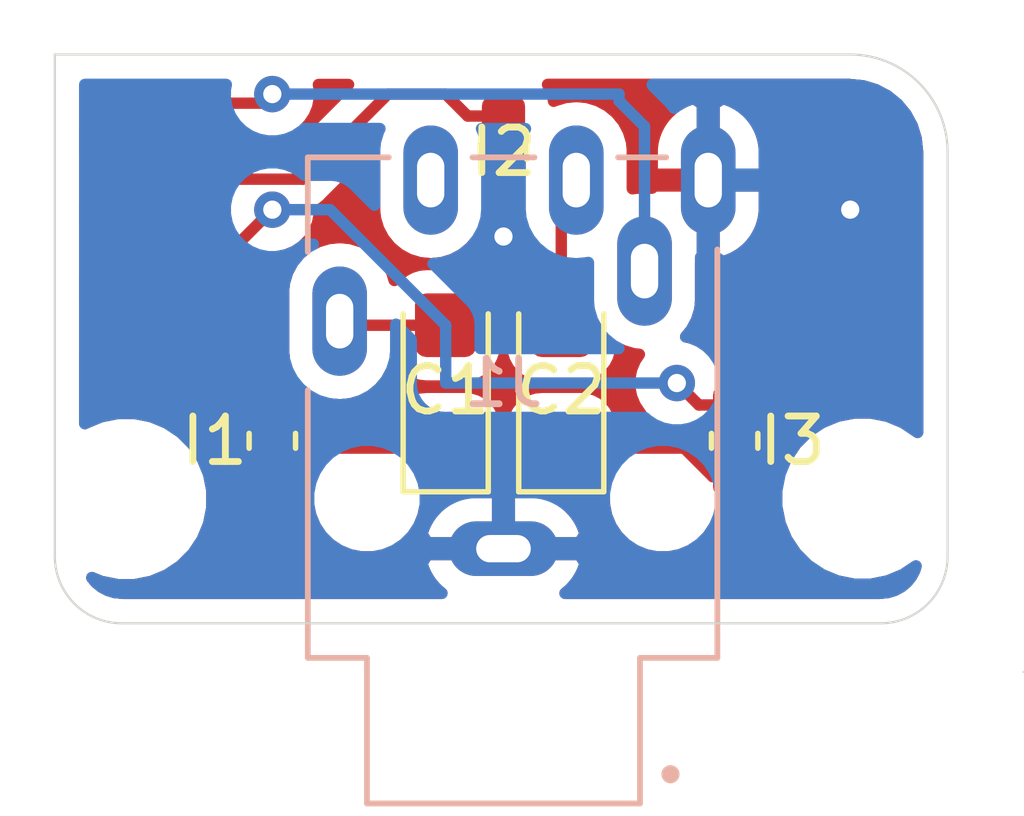
<source format=kicad_pcb>
(kicad_pcb (version 20171130) (host pcbnew "(5.1.10)-1")

  (general
    (thickness 1.6)
    (drawings 10)
    (tracks 37)
    (zones 0)
    (modules 12)
    (nets 3)
  )

  (page A4)
  (layers
    (0 F.Cu signal)
    (31 B.Cu signal)
    (32 B.Adhes user)
    (33 F.Adhes user)
    (34 B.Paste user)
    (35 F.Paste user)
    (36 B.SilkS user)
    (37 F.SilkS user)
    (38 B.Mask user)
    (39 F.Mask user)
    (40 Dwgs.User user)
    (41 Cmts.User user)
    (42 Eco1.User user)
    (43 Eco2.User user)
    (44 Edge.Cuts user)
    (45 Margin user)
    (46 B.CrtYd user)
    (47 F.CrtYd user)
    (48 B.Fab user hide)
    (49 F.Fab user hide)
  )

  (setup
    (last_trace_width 0.25)
    (trace_clearance 0.2)
    (zone_clearance 0.508)
    (zone_45_only no)
    (trace_min 0.2)
    (via_size 0.8)
    (via_drill 0.4)
    (via_min_size 0.4)
    (via_min_drill 0.3)
    (uvia_size 0.3)
    (uvia_drill 0.1)
    (uvias_allowed no)
    (uvia_min_size 0.2)
    (uvia_min_drill 0.1)
    (edge_width 0.05)
    (segment_width 0.2)
    (pcb_text_width 0.3)
    (pcb_text_size 1.5 1.5)
    (mod_edge_width 0.12)
    (mod_text_size 1 1)
    (mod_text_width 0.15)
    (pad_size 1 2)
    (pad_drill 0)
    (pad_to_mask_clearance 0.05)
    (aux_axis_origin 0 0)
    (grid_origin 104.14 52.07)
    (visible_elements 7FFFFFFF)
    (pcbplotparams
      (layerselection 0x3fff3_ffffffff)
      (usegerberextensions false)
      (usegerberattributes true)
      (usegerberadvancedattributes true)
      (creategerberjobfile true)
      (excludeedgelayer true)
      (linewidth 0.100000)
      (plotframeref false)
      (viasonmask false)
      (mode 1)
      (useauxorigin false)
      (hpglpennumber 1)
      (hpglpenspeed 20)
      (hpglpendiameter 15.000000)
      (psnegative false)
      (psa4output false)
      (plotreference true)
      (plotvalue true)
      (plotinvisibletext false)
      (padsonsilk false)
      (subtractmaskfromsilk false)
      (outputformat 1)
      (mirror false)
      (drillshape 0)
      (scaleselection 1)
      (outputdirectory "gerber_DMG_Audio/"))
  )

  (net 0 "")
  (net 1 /GND)
  (net 2 /PWR)

  (net_class Default "This is the default net class."
    (clearance 0.2)
    (trace_width 0.25)
    (via_dia 0.8)
    (via_drill 0.4)
    (uvia_dia 0.3)
    (uvia_drill 0.1)
    (add_net /GND)
    (add_net /PWR)
  )

  (net_class GND ""
    (clearance 0.2)
    (trace_width 0.25)
    (via_dia 0.8)
    (via_drill 0.4)
    (uvia_dia 0.3)
    (uvia_drill 0.1)
  )

  (module Connector_Wire:SolderWirePad_1x01_SMD_1x2mm (layer F.Cu) (tedit 60F5DB02) (tstamp 60F639DA)
    (at 110.49 57.15 90)
    (descr "Wire Pad, Square, SMD Pad,  5mm x 10mm,")
    (tags "MesurementPoint Square SMDPad 5mmx10mm ")
    (attr virtual)
    (fp_text reference REF** (at 0 -2.54 90) (layer F.SilkS) hide
      (effects (font (size 1 1) (thickness 0.15)))
    )
    (fp_text value SolderWirePad_1x01_SMD_1x2mm (at 0 2.54 90) (layer F.Fab)
      (effects (font (size 1 1) (thickness 0.15)))
    )
    (fp_line (start -0.63 1.27) (end -0.63 -1.27) (layer F.Fab) (width 0.1))
    (fp_line (start 0.63 1.27) (end -0.63 1.27) (layer F.Fab) (width 0.1))
    (fp_line (start 0.63 -1.27) (end 0.63 1.27) (layer F.Fab) (width 0.1))
    (fp_line (start -0.63 -1.27) (end 0.63 -1.27) (layer F.Fab) (width 0.1))
    (fp_line (start -0.63 -1.27) (end -0.63 1.27) (layer F.CrtYd) (width 0.05))
    (fp_line (start -0.63 1.27) (end 0.63 1.27) (layer F.CrtYd) (width 0.05))
    (fp_line (start 0.63 1.27) (end 0.63 -1.27) (layer F.CrtYd) (width 0.05))
    (fp_line (start 0.63 -1.27) (end -0.63 -1.27) (layer F.CrtYd) (width 0.05))
    (fp_text user %R (at 0 0 90) (layer F.Fab)
      (effects (font (size 1 1) (thickness 0.15)))
    )
    (pad 4 smd roundrect (at 0 0 90) (size 1 2) (layers F.Cu F.Paste F.Mask) (roundrect_rratio 0.25))
  )

  (module Connector_Wire:SolderWirePad_1x01_SMD_1x2mm (layer F.Cu) (tedit 60F5DAFC) (tstamp 60F63998)
    (at 110.49 55.5 90)
    (descr "Wire Pad, Square, SMD Pad,  5mm x 10mm,")
    (tags "MesurementPoint Square SMDPad 5mmx10mm ")
    (attr virtual)
    (fp_text reference REF** (at 0 -2.54 90) (layer F.SilkS) hide
      (effects (font (size 1 1) (thickness 0.15)))
    )
    (fp_text value SolderWirePad_1x01_SMD_1x2mm (at 0 2.54 90) (layer F.Fab)
      (effects (font (size 1 1) (thickness 0.15)))
    )
    (fp_line (start -0.63 1.27) (end -0.63 -1.27) (layer F.Fab) (width 0.1))
    (fp_line (start 0.63 1.27) (end -0.63 1.27) (layer F.Fab) (width 0.1))
    (fp_line (start 0.63 -1.27) (end 0.63 1.27) (layer F.Fab) (width 0.1))
    (fp_line (start -0.63 -1.27) (end 0.63 -1.27) (layer F.Fab) (width 0.1))
    (fp_line (start -0.63 -1.27) (end -0.63 1.27) (layer F.CrtYd) (width 0.05))
    (fp_line (start -0.63 1.27) (end 0.63 1.27) (layer F.CrtYd) (width 0.05))
    (fp_line (start 0.63 1.27) (end 0.63 -1.27) (layer F.CrtYd) (width 0.05))
    (fp_line (start 0.63 -1.27) (end -0.63 -1.27) (layer F.CrtYd) (width 0.05))
    (fp_text user %R (at 0 0 90) (layer F.Fab)
      (effects (font (size 1 1) (thickness 0.15)))
    )
    (pad 3 smd roundrect (at 0 0 90) (size 1 2) (layers F.Cu F.Paste F.Mask) (roundrect_rratio 0.25))
  )

  (module Connector_Wire:SolderWirePad_1x01_SMD_1x2mm (layer F.Cu) (tedit 60F5DAED) (tstamp 60F63956)
    (at 110.49 52.27 270)
    (descr "Wire Pad, Square, SMD Pad,  5mm x 10mm,")
    (tags "MesurementPoint Square SMDPad 5mmx10mm ")
    (attr virtual)
    (fp_text reference REF** (at 0 -2.54 90) (layer F.SilkS) hide
      (effects (font (size 1 1) (thickness 0.15)))
    )
    (fp_text value SolderWirePad_1x01_SMD_1x2mm (at 0 2.54 90) (layer F.Fab)
      (effects (font (size 1 1) (thickness 0.15)))
    )
    (fp_line (start -0.63 1.27) (end -0.63 -1.27) (layer F.Fab) (width 0.1))
    (fp_line (start 0.63 1.27) (end -0.63 1.27) (layer F.Fab) (width 0.1))
    (fp_line (start 0.63 -1.27) (end 0.63 1.27) (layer F.Fab) (width 0.1))
    (fp_line (start -0.63 -1.27) (end 0.63 -1.27) (layer F.Fab) (width 0.1))
    (fp_line (start -0.63 -1.27) (end -0.63 1.27) (layer F.CrtYd) (width 0.05))
    (fp_line (start -0.63 1.27) (end 0.63 1.27) (layer F.CrtYd) (width 0.05))
    (fp_line (start 0.63 1.27) (end 0.63 -1.27) (layer F.CrtYd) (width 0.05))
    (fp_line (start 0.63 -1.27) (end -0.63 -1.27) (layer F.CrtYd) (width 0.05))
    (fp_text user %R (at 0 0 90) (layer F.Fab)
      (effects (font (size 1 1) (thickness 0.15)))
    )
    (pad 1 smd roundrect (at 0 0 270) (size 1 2) (layers F.Cu F.Paste F.Mask) (roundrect_rratio 0.25)
      (net 2 /PWR))
  )

  (module Connector_Wire:SolderWirePad_1x01_SMD_1x2mm (layer F.Cu) (tedit 60F5DAF6) (tstamp 60F63914)
    (at 110.49 53.94 90)
    (descr "Wire Pad, Square, SMD Pad,  5mm x 10mm,")
    (tags "MesurementPoint Square SMDPad 5mmx10mm ")
    (attr virtual)
    (fp_text reference REF** (at 0 -2.54 90) (layer F.SilkS) hide
      (effects (font (size 1 1) (thickness 0.15)))
    )
    (fp_text value SolderWirePad_1x01_SMD_1x2mm (at 0 2.54 90) (layer F.Fab)
      (effects (font (size 1 1) (thickness 0.15)))
    )
    (fp_line (start -0.63 1.27) (end -0.63 -1.27) (layer F.Fab) (width 0.1))
    (fp_line (start 0.63 1.27) (end -0.63 1.27) (layer F.Fab) (width 0.1))
    (fp_line (start 0.63 -1.27) (end 0.63 1.27) (layer F.Fab) (width 0.1))
    (fp_line (start -0.63 -1.27) (end 0.63 -1.27) (layer F.Fab) (width 0.1))
    (fp_line (start -0.63 -1.27) (end -0.63 1.27) (layer F.CrtYd) (width 0.05))
    (fp_line (start -0.63 1.27) (end 0.63 1.27) (layer F.CrtYd) (width 0.05))
    (fp_line (start 0.63 1.27) (end 0.63 -1.27) (layer F.CrtYd) (width 0.05))
    (fp_line (start 0.63 -1.27) (end -0.63 -1.27) (layer F.CrtYd) (width 0.05))
    (fp_text user %R (at 0 0 90) (layer F.Fab)
      (effects (font (size 1 1) (thickness 0.15)))
    )
    (pad 2 smd roundrect (at 0 0 90) (size 1 2) (layers F.Cu F.Paste F.Mask) (roundrect_rratio 0.25))
  )

  (module ASJ-99H-R-HT-T_R:R (layer B.Cu) (tedit 60F5C18A) (tstamp 60F694F4)
    (at 118.11 60.96 90)
    (fp_text reference J1 (at 2.54 0 180) (layer B.SilkS)
      (effects (font (size 1 1) (thickness 0.15)) (justify mirror))
    )
    (fp_text value ADAM_TECH_ASJ-99H-R-HT-T/R (at 13.01 -5.915 90) (layer B.Fab)
      (effects (font (size 1 1) (thickness 0.15)) (justify mirror))
    )
    (fp_line (start -3.5 4.7) (end 7.5 4.7) (layer B.Fab) (width 0.127))
    (fp_line (start 7.5 4.7) (end 7.5 -4.3) (layer B.Fab) (width 0.127))
    (fp_line (start -3.5 4.7) (end -3.5 3) (layer B.Fab) (width 0.127))
    (fp_line (start -3.5 3) (end -3.5 2.25) (layer B.Fab) (width 0.127))
    (fp_line (start -3.5 2.25) (end -2.9 2.25) (layer B.Fab) (width 0.127))
    (fp_line (start -2.9 2.25) (end -2.9 -2.25) (layer B.Fab) (width 0.127))
    (fp_line (start -2.9 -2.25) (end -3.5 -2.25) (layer B.Fab) (width 0.127))
    (fp_line (start -3.5 -2.25) (end -3.5 -3) (layer B.Fab) (width 0.127))
    (fp_line (start -3.5 -3) (end -3.5 -4.3) (layer B.Fab) (width 0.127))
    (fp_line (start 7.5 -4.3) (end -3.5 -4.3) (layer B.Fab) (width 0.127))
    (fp_circle (center -6.0574 3.6698) (end -5.9574 3.6698) (layer B.SilkS) (width 0.2))
    (fp_circle (center -6.0574 3.6698) (end -5.9574 3.6698) (layer B.Fab) (width 0.2))
    (fp_line (start -6.7 3) (end -6.7 -3) (layer B.Fab) (width 0.127))
    (fp_line (start -6.7 -3) (end -3.5 -3) (layer B.Fab) (width 0.127))
    (fp_line (start -6.7 3) (end -3.5 3) (layer B.SilkS) (width 0.127))
    (fp_line (start -3.5 3) (end -3.5 4.7) (layer B.SilkS) (width 0.127))
    (fp_line (start -3.5 4.7) (end 5.475 4.7) (layer B.SilkS) (width 0.127))
    (fp_line (start 7.5 0.68) (end 7.5 -0.68) (layer B.SilkS) (width 0.127))
    (fp_line (start 2.38 -4.3) (end -3.5 -4.3) (layer B.SilkS) (width 0.127))
    (fp_line (start -3.5 -4.3) (end -3.5 -3) (layer B.SilkS) (width 0.127))
    (fp_line (start -3.5 -3) (end -6.7 -3) (layer B.SilkS) (width 0.127))
    (fp_line (start -6.7 -3) (end -6.7 3) (layer B.SilkS) (width 0.127))
    (fp_line (start -6.7 3) (end -3.5 3) (layer B.Fab) (width 0.127))
    (fp_line (start -3.75 5.35) (end -3.75 3.25) (layer B.CrtYd) (width 0.05))
    (fp_line (start -3.75 3.25) (end -6.95 3.25) (layer B.CrtYd) (width 0.05))
    (fp_line (start -6.95 3.25) (end -6.95 -3.25) (layer B.CrtYd) (width 0.05))
    (fp_line (start -6.95 -3.25) (end -3.75 -3.25) (layer B.CrtYd) (width 0.05))
    (fp_line (start -3.75 -3.25) (end -3.75 -4.55) (layer B.CrtYd) (width 0.05))
    (fp_line (start -3.75 -4.55) (end 8.45 -4.55) (layer B.CrtYd) (width 0.05))
    (fp_line (start 8.45 -4.55) (end 8.45 5.35) (layer B.CrtYd) (width 0.05))
    (fp_line (start 8.45 5.35) (end -3.75 5.35) (layer B.CrtYd) (width 0.05))
    (fp_line (start 5.42 -4.3) (end 7.5 -4.3) (layer B.SilkS) (width 0.127))
    (fp_line (start 7.5 -4.3) (end 7.5 -2.52) (layer B.SilkS) (width 0.127))
    (fp_line (start 7.5 3.575) (end 7.5 2.52) (layer B.SilkS) (width 0.127))
    (pad 5 thru_hole oval (at 7 4.5 90) (size 2.4 1.2) (drill oval 1.2 0.6) (layers *.Cu *.Mask)
      (net 1 /GND))
    (pad 4 thru_hole oval (at 5 3.1 90) (size 2.4 1.2) (drill oval 1.2 0.6) (layers *.Cu *.Mask)
      (net 2 /PWR))
    (pad 3 thru_hole oval (at 7 1.6 90) (size 2.4 1.2) (drill oval 1.2 0.6) (layers *.Cu *.Mask))
    (pad 6 thru_hole oval (at 7 -1.6 90) (size 2.4 1.2) (drill oval 1.2 0.6) (layers *.Cu *.Mask))
    (pad 2 thru_hole oval (at 3.9 -3.6 90) (size 2.4 1.2) (drill oval 1.2 0.6) (layers *.Cu *.Mask))
    (pad None np_thru_hole circle (at 0 -3 90) (size 1.3 1.3) (drill 1.3) (layers *.Cu *.Mask))
    (pad None np_thru_hole circle (at 0 3.5 90) (size 1.3 1.3) (drill 1.3) (layers *.Cu *.Mask))
    (pad 1 thru_hole oval (at -1.1 0 90) (size 1.2 2.4) (drill oval 0.6 1.2) (layers *.Cu *.Mask)
      (net 1 /GND))
  )

  (module Inductor_SMD:L_0603_1608Metric (layer F.Cu) (tedit 5B301BBE) (tstamp 5F648A4B)
    (at 118.11 53.34 270)
    (descr "Inductor SMD 0603 (1608 Metric), square (rectangular) end terminal, IPC_7351 nominal, (Body size source: http://www.tortai-tech.com/upload/download/2011102023233369053.pdf), generated with kicad-footprint-generator")
    (tags inductor)
    (attr smd)
    (fp_text reference I2 (at 0 0) (layer F.SilkS)
      (effects (font (size 1 1) (thickness 0.15)))
    )
    (fp_text value L_0603_1608Metric (at 0 1.43 90) (layer F.Fab)
      (effects (font (size 1 1) (thickness 0.15)))
    )
    (fp_line (start 1.48 0.73) (end -1.48 0.73) (layer F.CrtYd) (width 0.05))
    (fp_line (start 1.48 -0.73) (end 1.48 0.73) (layer F.CrtYd) (width 0.05))
    (fp_line (start -1.48 -0.73) (end 1.48 -0.73) (layer F.CrtYd) (width 0.05))
    (fp_line (start -1.48 0.73) (end -1.48 -0.73) (layer F.CrtYd) (width 0.05))
    (fp_line (start -0.162779 0.51) (end 0.162779 0.51) (layer F.SilkS) (width 0.12))
    (fp_line (start -0.162779 -0.51) (end 0.162779 -0.51) (layer F.SilkS) (width 0.12))
    (fp_line (start 0.8 0.4) (end -0.8 0.4) (layer F.Fab) (width 0.1))
    (fp_line (start 0.8 -0.4) (end 0.8 0.4) (layer F.Fab) (width 0.1))
    (fp_line (start -0.8 -0.4) (end 0.8 -0.4) (layer F.Fab) (width 0.1))
    (fp_line (start -0.8 0.4) (end -0.8 -0.4) (layer F.Fab) (width 0.1))
    (fp_text user %R (at 0 0 90) (layer F.Fab)
      (effects (font (size 0.4 0.4) (thickness 0.06)))
    )
    (pad 1 smd roundrect (at -0.7875 0 270) (size 0.875 0.95) (layers F.Cu F.Paste F.Mask) (roundrect_rratio 0.25))
    (pad 2 smd roundrect (at 0.7875 0 270) (size 0.875 0.95) (layers F.Cu F.Paste F.Mask) (roundrect_rratio 0.25)
      (net 1 /GND))
    (model ${KISYS3DMOD}/Inductor_SMD.3dshapes/L_0603_1608Metric.wrl
      (at (xyz 0 0 0))
      (scale (xyz 1 1 1))
      (rotate (xyz 0 0 0))
    )
  )

  (module MountingHole:MountingHole_2.5mm (layer F.Cu) (tedit 56D1B4CB) (tstamp 5F650AA0)
    (at 126 60.96)
    (descr "Mounting Hole 2.5mm, no annular")
    (tags "mounting hole 2.5mm no annular")
    (attr virtual)
    (fp_text reference M2 (at 2.54 2.54) (layer F.SilkS) hide
      (effects (font (size 1 1) (thickness 0.15)))
    )
    (fp_text value MountingHole_2.5mm (at 0 3.5) (layer F.Fab)
      (effects (font (size 1 1) (thickness 0.15)))
    )
    (fp_circle (center 0 0) (end 2.75 0) (layer F.CrtYd) (width 0.05))
    (fp_circle (center 0 0) (end 2.5 0) (layer Cmts.User) (width 0.15))
    (fp_text user %R (at 0.3 0) (layer F.Fab)
      (effects (font (size 1 1) (thickness 0.15)))
    )
    (pad 1 np_thru_hole circle (at 0 0) (size 2.5 2.5) (drill 2.5) (layers *.Cu *.Mask))
  )

  (module Capacitor_Tantalum_SMD:CP_EIA-3216-10_Kemet-I (layer F.Cu) (tedit 5B301BBE) (tstamp 5F6503BA)
    (at 119.38 58.5 90)
    (descr "Tantalum Capacitor SMD Kemet-I (3216-10 Metric), IPC_7351 nominal, (Body size from: http://www.kemet.com/Lists/ProductCatalog/Attachments/253/KEM_TC101_STD.pdf), generated with kicad-footprint-generator")
    (tags "capacitor tantalum")
    (attr smd)
    (fp_text reference C2 (at -0.08 0) (layer F.SilkS)
      (effects (font (size 1 1) (thickness 0.15)))
    )
    (fp_text value CP_EIA-3216-10_Kemet-I (at 0 1.75 90) (layer F.Fab)
      (effects (font (size 1 1) (thickness 0.15)))
    )
    (fp_line (start 2.3 1.05) (end -2.3 1.05) (layer F.CrtYd) (width 0.05))
    (fp_line (start 2.3 -1.05) (end 2.3 1.05) (layer F.CrtYd) (width 0.05))
    (fp_line (start -2.3 -1.05) (end 2.3 -1.05) (layer F.CrtYd) (width 0.05))
    (fp_line (start -2.3 1.05) (end -2.3 -1.05) (layer F.CrtYd) (width 0.05))
    (fp_line (start -2.31 0.935) (end 1.6 0.935) (layer F.SilkS) (width 0.12))
    (fp_line (start -2.31 -0.935) (end -2.31 0.935) (layer F.SilkS) (width 0.12))
    (fp_line (start 1.6 -0.935) (end -2.31 -0.935) (layer F.SilkS) (width 0.12))
    (fp_line (start 1.6 0.8) (end 1.6 -0.8) (layer F.Fab) (width 0.1))
    (fp_line (start -1.6 0.8) (end 1.6 0.8) (layer F.Fab) (width 0.1))
    (fp_line (start -1.6 -0.4) (end -1.6 0.8) (layer F.Fab) (width 0.1))
    (fp_line (start -1.2 -0.8) (end -1.6 -0.4) (layer F.Fab) (width 0.1))
    (fp_line (start 1.6 -0.8) (end -1.2 -0.8) (layer F.Fab) (width 0.1))
    (fp_text user %R (at 0 0 90) (layer F.Fab)
      (effects (font (size 0.8 0.8) (thickness 0.12)))
    )
    (pad 1 smd roundrect (at -1.35 0 90) (size 1.4 1.35) (layers F.Cu F.Paste F.Mask) (roundrect_rratio 0.185185))
    (pad 2 smd roundrect (at 1.35 0 90) (size 1.4 1.35) (layers F.Cu F.Paste F.Mask) (roundrect_rratio 0.185185))
    (model ${KISYS3DMOD}/Capacitor_Tantalum_SMD.3dshapes/CP_EIA-3216-10_Kemet-I.wrl
      (at (xyz 0 0 0))
      (scale (xyz 1 1 1))
      (rotate (xyz 0 0 0))
    )
  )

  (module Capacitor_Tantalum_SMD:CP_EIA-3216-10_Kemet-I (layer F.Cu) (tedit 5B301BBE) (tstamp 5F650236)
    (at 116.84 58.5 90)
    (descr "Tantalum Capacitor SMD Kemet-I (3216-10 Metric), IPC_7351 nominal, (Body size from: http://www.kemet.com/Lists/ProductCatalog/Attachments/253/KEM_TC101_STD.pdf), generated with kicad-footprint-generator")
    (tags "capacitor tantalum")
    (attr smd)
    (fp_text reference C1 (at -0.08 0) (layer F.SilkS)
      (effects (font (size 1 1) (thickness 0.15)))
    )
    (fp_text value CP_EIA-3216-10_Kemet-I (at 0 6.35 90) (layer F.Fab)
      (effects (font (size 1 1) (thickness 0.15)))
    )
    (fp_line (start 2.3 1.05) (end -2.3 1.05) (layer F.CrtYd) (width 0.05))
    (fp_line (start 2.3 -1.05) (end 2.3 1.05) (layer F.CrtYd) (width 0.05))
    (fp_line (start -2.3 -1.05) (end 2.3 -1.05) (layer F.CrtYd) (width 0.05))
    (fp_line (start -2.3 1.05) (end -2.3 -1.05) (layer F.CrtYd) (width 0.05))
    (fp_line (start -2.31 0.935) (end 1.6 0.935) (layer F.SilkS) (width 0.12))
    (fp_line (start -2.31 -0.935) (end -2.31 0.935) (layer F.SilkS) (width 0.12))
    (fp_line (start 1.6 -0.935) (end -2.31 -0.935) (layer F.SilkS) (width 0.12))
    (fp_line (start 1.6 0.8) (end 1.6 -0.8) (layer F.Fab) (width 0.1))
    (fp_line (start -1.6 0.8) (end 1.6 0.8) (layer F.Fab) (width 0.1))
    (fp_line (start -1.6 -0.4) (end -1.6 0.8) (layer F.Fab) (width 0.1))
    (fp_line (start -1.2 -0.8) (end -1.6 -0.4) (layer F.Fab) (width 0.1))
    (fp_line (start 1.6 -0.8) (end -1.2 -0.8) (layer F.Fab) (width 0.1))
    (fp_text user %R (at 0 0 90) (layer F.Fab)
      (effects (font (size 0.8 0.8) (thickness 0.12)))
    )
    (pad 2 smd roundrect (at 1.35 0 90) (size 1.4 1.35) (layers F.Cu F.Paste F.Mask) (roundrect_rratio 0.185185))
    (pad 1 smd roundrect (at -1.35 0 90) (size 1.4 1.35) (layers F.Cu F.Paste F.Mask) (roundrect_rratio 0.185185))
    (model ${KISYS3DMOD}/Capacitor_Tantalum_SMD.3dshapes/CP_EIA-3216-10_Kemet-I.wrl
      (at (xyz 0 0 0))
      (scale (xyz 1 1 1))
      (rotate (xyz 0 0 0))
    )
  )

  (module MountingHole:MountingHole_2.5mm (layer F.Cu) (tedit 56D1B4CB) (tstamp 5F650A7C)
    (at 109.82 60.97)
    (descr "Mounting Hole 2.5mm, no annular")
    (tags "mounting hole 2.5mm no annular")
    (attr virtual)
    (fp_text reference M1 (at -2.54 2.54) (layer F.SilkS) hide
      (effects (font (size 1 1) (thickness 0.15)))
    )
    (fp_text value MountingHole_2.5mm (at 0 3.5) (layer F.Fab)
      (effects (font (size 1 1) (thickness 0.15)))
    )
    (fp_circle (center 0 0) (end 2.75 0) (layer F.CrtYd) (width 0.05))
    (fp_circle (center 0 0) (end 2.5 0) (layer Cmts.User) (width 0.15))
    (fp_text user %R (at 0.3 0) (layer F.Fab)
      (effects (font (size 1 1) (thickness 0.15)))
    )
    (pad 1 np_thru_hole circle (at 0 0) (size 2.5 2.5) (drill 2.5) (layers *.Cu *.Mask))
  )

  (module Inductor_SMD:L_0603_1608Metric (layer F.Cu) (tedit 5B301BBE) (tstamp 5F64E89F)
    (at 123.19 59.69 90)
    (descr "Inductor SMD 0603 (1608 Metric), square (rectangular) end terminal, IPC_7351 nominal, (Body size source: http://www.tortai-tech.com/upload/download/2011102023233369053.pdf), generated with kicad-footprint-generator")
    (tags inductor)
    (attr smd)
    (fp_text reference I3 (at 0 1.27 180) (layer F.SilkS)
      (effects (font (size 1 1) (thickness 0.15)))
    )
    (fp_text value L_0603_1608Metric (at 0 1.43 270) (layer F.Fab)
      (effects (font (size 1 1) (thickness 0.15)))
    )
    (fp_line (start -0.8 0.4) (end -0.8 -0.4) (layer F.Fab) (width 0.1))
    (fp_line (start -0.8 -0.4) (end 0.8 -0.4) (layer F.Fab) (width 0.1))
    (fp_line (start 0.8 -0.4) (end 0.8 0.4) (layer F.Fab) (width 0.1))
    (fp_line (start 0.8 0.4) (end -0.8 0.4) (layer F.Fab) (width 0.1))
    (fp_line (start -0.162779 -0.51) (end 0.162779 -0.51) (layer F.SilkS) (width 0.12))
    (fp_line (start -0.162779 0.51) (end 0.162779 0.51) (layer F.SilkS) (width 0.12))
    (fp_line (start -1.48 0.73) (end -1.48 -0.73) (layer F.CrtYd) (width 0.05))
    (fp_line (start -1.48 -0.73) (end 1.48 -0.73) (layer F.CrtYd) (width 0.05))
    (fp_line (start 1.48 -0.73) (end 1.48 0.73) (layer F.CrtYd) (width 0.05))
    (fp_line (start 1.48 0.73) (end -1.48 0.73) (layer F.CrtYd) (width 0.05))
    (fp_text user %R (at 0 0 270) (layer F.Fab)
      (effects (font (size 0.4 0.4) (thickness 0.06)))
    )
    (pad 1 smd roundrect (at -0.7875 0 90) (size 0.875 0.95) (layers F.Cu F.Paste F.Mask) (roundrect_rratio 0.25))
    (pad 2 smd roundrect (at 0.7875 0 90) (size 0.875 0.95) (layers F.Cu F.Paste F.Mask) (roundrect_rratio 0.25))
    (model ${KISYS3DMOD}/Inductor_SMD.3dshapes/L_0603_1608Metric.wrl
      (at (xyz 0 0 0))
      (scale (xyz 1 1 1))
      (rotate (xyz 0 0 0))
    )
  )

  (module Inductor_SMD:L_0603_1608Metric (layer F.Cu) (tedit 5B301BBE) (tstamp 5F6489FA)
    (at 113.03 59.69 270)
    (descr "Inductor SMD 0603 (1608 Metric), square (rectangular) end terminal, IPC_7351 nominal, (Body size source: http://www.tortai-tech.com/upload/download/2011102023233369053.pdf), generated with kicad-footprint-generator")
    (tags inductor)
    (attr smd)
    (fp_text reference I1 (at 0 1.27) (layer F.SilkS)
      (effects (font (size 1 1) (thickness 0.15)))
    )
    (fp_text value L_0603_1608Metric (at 0 1.43 90) (layer F.Fab)
      (effects (font (size 1 1) (thickness 0.15)))
    )
    (fp_line (start -0.8 0.4) (end -0.8 -0.4) (layer F.Fab) (width 0.1))
    (fp_line (start -0.8 -0.4) (end 0.8 -0.4) (layer F.Fab) (width 0.1))
    (fp_line (start 0.8 -0.4) (end 0.8 0.4) (layer F.Fab) (width 0.1))
    (fp_line (start 0.8 0.4) (end -0.8 0.4) (layer F.Fab) (width 0.1))
    (fp_line (start -0.162779 -0.51) (end 0.162779 -0.51) (layer F.SilkS) (width 0.12))
    (fp_line (start -0.162779 0.51) (end 0.162779 0.51) (layer F.SilkS) (width 0.12))
    (fp_line (start -1.48 0.73) (end -1.48 -0.73) (layer F.CrtYd) (width 0.05))
    (fp_line (start -1.48 -0.73) (end 1.48 -0.73) (layer F.CrtYd) (width 0.05))
    (fp_line (start 1.48 -0.73) (end 1.48 0.73) (layer F.CrtYd) (width 0.05))
    (fp_line (start 1.48 0.73) (end -1.48 0.73) (layer F.CrtYd) (width 0.05))
    (fp_text user %R (at 0 0 90) (layer F.Fab)
      (effects (font (size 0.4 0.4) (thickness 0.06)))
    )
    (pad 2 smd roundrect (at 0.7875 0 270) (size 0.875 0.95) (layers F.Cu F.Paste F.Mask) (roundrect_rratio 0.25))
    (pad 1 smd roundrect (at -0.7875 0 270) (size 0.875 0.95) (layers F.Cu F.Paste F.Mask) (roundrect_rratio 0.25))
    (model ${KISYS3DMOD}/Inductor_SMD.3dshapes/L_0603_1608Metric.wrl
      (at (xyz 0 0 0))
      (scale (xyz 1 1 1))
      (rotate (xyz 0 0 0))
    )
  )

  (gr_text "By Z Ali" (at 125.93 55.38 90) (layer F.Mask)
    (effects (font (size 0.7 0.7) (thickness 0.15) italic))
  )
  (gr_arc (start 125.73 53.34) (end 127.87 53.34) (angle -90) (layer Edge.Cuts) (width 0.05))
  (gr_arc (start 126.4 62.23) (end 126.4 63.7) (angle -90) (layer Edge.Cuts) (width 0.05) (tstamp 5F919856))
  (gr_arc (start 109.72 62.23) (end 109.72 63.7) (angle 90) (layer Edge.Cuts) (width 0.05))
  (gr_text "DMG Audio" (at 124.76 55.38 90) (layer F.Mask)
    (effects (font (size 0.7 0.7) (thickness 0.15)))
  )
  (gr_line (start 108.25 62.23) (end 108.25 51.2) (layer Edge.Cuts) (width 0.05) (tstamp 5F7508E0))
  (gr_line (start 126.4 63.7) (end 109.72 63.7) (layer Edge.Cuts) (width 0.05))
  (gr_line (start 127.87 53.34) (end 127.87 62.23) (layer Edge.Cuts) (width 0.05))
  (gr_line (start 108.25 51.2) (end 125.73 51.2) (layer Edge.Cuts) (width 0.05))
  (gr_line (start 129.54 64.77) (end 129.54 64.77) (layer Edge.Cuts) (width 0.05))

  (segment (start 113.03 60.4775) (end 113.5125 60.4775) (width 0.25) (layer F.Cu) (net 0))
  (segment (start 114.14 59.85) (end 116.84 59.85) (width 0.25) (layer F.Cu) (net 0))
  (segment (start 113.5125 60.4775) (end 114.14 59.85) (width 0.25) (layer F.Cu) (net 0))
  (segment (start 123.19 60.4775) (end 122.7075 60.4775) (width 0.25) (layer F.Cu) (net 0))
  (segment (start 122.08 59.85) (end 119.38 59.85) (width 0.25) (layer F.Cu) (net 0))
  (segment (start 122.7075 60.4775) (end 122.08 59.85) (width 0.25) (layer F.Cu) (net 0))
  (segment (start 114.6 57.15) (end 114.51 57.06) (width 0.25) (layer F.Cu) (net 0))
  (segment (start 116.84 57.15) (end 114.6 57.15) (width 0.25) (layer F.Cu) (net 0))
  (segment (start 119.38 54.29) (end 119.71 53.96) (width 0.25) (layer F.Cu) (net 0))
  (segment (start 119.38 57.15) (end 119.38 54.29) (width 0.25) (layer F.Cu) (net 0))
  (segment (start 112.2425 58.9025) (end 110.49 57.15) (width 0.25) (layer F.Cu) (net 0))
  (segment (start 113.03 58.9025) (end 112.2425 58.9025) (width 0.25) (layer F.Cu) (net 0))
  (segment (start 118.11 52.5525) (end 117.3225 52.5525) (width 0.25) (layer F.Cu) (net 0))
  (segment (start 117.3225 52.5525) (end 116.84 52.07) (width 0.25) (layer F.Cu) (net 0))
  (segment (start 116.84 52.07) (end 115.57 52.07) (width 0.25) (layer F.Cu) (net 0))
  (segment (start 113.7 53.94) (end 110.49 53.94) (width 0.25) (layer F.Cu) (net 0))
  (segment (start 115.57 52.07) (end 113.7 53.94) (width 0.25) (layer F.Cu) (net 0))
  (via (at 121.92 58.42) (size 0.8) (drill 0.4) (layers F.Cu B.Cu) (net 0))
  (segment (start 122.4025 58.9025) (end 121.92 58.42) (width 0.25) (layer F.Cu) (net 0))
  (segment (start 123.19 58.9025) (end 122.4025 58.9025) (width 0.25) (layer F.Cu) (net 0))
  (segment (start 121.92 58.42) (end 116.84 58.42) (width 0.25) (layer B.Cu) (net 0))
  (segment (start 116.84 58.42) (end 116.84 57.15) (width 0.25) (layer B.Cu) (net 0))
  (via (at 113.03 54.61) (size 0.8) (drill 0.4) (layers F.Cu B.Cu) (net 0))
  (segment (start 114.3 54.61) (end 113.03 54.61) (width 0.25) (layer B.Cu) (net 0))
  (segment (start 116.84 57.15) (end 114.3 54.61) (width 0.25) (layer B.Cu) (net 0))
  (segment (start 113.03 54.61) (end 111.76 55.88) (width 0.25) (layer F.Cu) (net 0))
  (segment (start 111.38 55.5) (end 110.49 55.5) (width 0.25) (layer F.Cu) (net 0))
  (segment (start 111.76 55.88) (end 111.38 55.5) (width 0.25) (layer F.Cu) (net 0))
  (via (at 118.11 55.2) (size 0.8) (drill 0.4) (layers F.Cu B.Cu) (net 1))
  (via (at 125.73 54.61) (size 0.8) (drill 0.4) (layers F.Cu B.Cu) (net 1))
  (via (at 113.03 52.07) (size 0.8) (drill 0.4) (layers F.Cu B.Cu) (net 2))
  (segment (start 112.83 52.27) (end 113.03 52.07) (width 0.25) (layer F.Cu) (net 2))
  (segment (start 110.49 52.27) (end 112.83 52.27) (width 0.25) (layer F.Cu) (net 2))
  (segment (start 113.03 52.07) (end 120.65 52.07) (width 0.25) (layer B.Cu) (net 2))
  (segment (start 121.21 55.96) (end 121.21 52.78) (width 0.25) (layer B.Cu) (net 2))
  (segment (start 120.65 52.22) (end 120.65 52.07) (width 0.25) (layer B.Cu) (net 2))
  (segment (start 121.21 52.78) (end 120.65 52.22) (width 0.25) (layer B.Cu) (net 2))

  (zone (net 1) (net_name /GND) (layer F.Cu) (tstamp 0) (hatch edge 0.508)
    (connect_pads (clearance 0.508))
    (min_thickness 0.254)
    (fill yes (arc_segments 32) (thermal_gap 0.508) (thermal_bridge_width 0.508))
    (polygon
      (pts
        (xy 128.27 64.77) (xy 107.95 64.77) (xy 107.95 50.8) (xy 128.27 50.8)
      )
    )
    (filled_polygon
      (pts
        (xy 108.919528 57.73985) (xy 109.001595 57.893386) (xy 109.112038 58.027962) (xy 109.246614 58.138405) (xy 109.40015 58.220472)
        (xy 109.566746 58.271008) (xy 109.74 58.288072) (xy 110.553271 58.288072) (xy 111.678701 59.413503) (xy 111.702499 59.442501)
        (xy 111.818224 59.537474) (xy 111.950253 59.608046) (xy 112.093514 59.651503) (xy 112.106916 59.652823) (xy 112.137426 59.69)
        (xy 112.061329 59.782725) (xy 111.98215 59.930858) (xy 111.933392 60.091592) (xy 111.916928 60.25875) (xy 111.916928 60.69625)
        (xy 111.933392 60.863408) (xy 111.98215 61.024142) (xy 112.061329 61.172275) (xy 112.167885 61.302115) (xy 112.297725 61.408671)
        (xy 112.445858 61.48785) (xy 112.606592 61.536608) (xy 112.77375 61.553072) (xy 113.28625 61.553072) (xy 113.453408 61.536608)
        (xy 113.614142 61.48785) (xy 113.762275 61.408671) (xy 113.871277 61.319216) (xy 113.874381 61.334821) (xy 113.971247 61.568676)
        (xy 114.111875 61.77914) (xy 114.29086 61.958125) (xy 114.501324 62.098753) (xy 114.735179 62.195619) (xy 114.983439 62.245)
        (xy 115.236561 62.245) (xy 115.484821 62.195619) (xy 115.718676 62.098753) (xy 115.92914 61.958125) (xy 116.108125 61.77914)
        (xy 116.248753 61.568676) (xy 116.345619 61.334821) (xy 116.375581 61.18419) (xy 116.414999 61.188072) (xy 116.634619 61.188072)
        (xy 116.546922 61.276526) (xy 116.412579 61.479467) (xy 116.320409 61.704718) (xy 116.316538 61.742391) (xy 116.441269 61.933)
        (xy 117.983 61.933) (xy 117.983 60.825) (xy 117.977461 60.825) (xy 118.003405 60.793387) (xy 118.085472 60.639851)
        (xy 118.11 60.558992) (xy 118.134528 60.639851) (xy 118.216595 60.793387) (xy 118.242539 60.825) (xy 118.237 60.825)
        (xy 118.237 61.933) (xy 119.778731 61.933) (xy 119.903462 61.742391) (xy 119.899591 61.704718) (xy 119.807421 61.479467)
        (xy 119.673078 61.276526) (xy 119.585381 61.188072) (xy 119.805001 61.188072) (xy 119.978255 61.171008) (xy 120.144851 61.120472)
        (xy 120.298387 61.038405) (xy 120.325 61.016564) (xy 120.325 61.086561) (xy 120.374381 61.334821) (xy 120.471247 61.568676)
        (xy 120.611875 61.77914) (xy 120.79086 61.958125) (xy 121.001324 62.098753) (xy 121.235179 62.195619) (xy 121.483439 62.245)
        (xy 121.736561 62.245) (xy 121.984821 62.195619) (xy 122.218676 62.098753) (xy 122.42914 61.958125) (xy 122.608125 61.77914)
        (xy 122.748753 61.568676) (xy 122.762545 61.53538) (xy 122.766592 61.536608) (xy 122.93375 61.553072) (xy 123.44625 61.553072)
        (xy 123.613408 61.536608) (xy 123.774142 61.48785) (xy 123.922275 61.408671) (xy 124.052115 61.302115) (xy 124.127782 61.209914)
        (xy 124.187439 61.509834) (xy 124.329534 61.852882) (xy 124.535825 62.161618) (xy 124.798382 62.424175) (xy 125.107118 62.630466)
        (xy 125.450166 62.772561) (xy 125.814344 62.845) (xy 126.185656 62.845) (xy 126.549834 62.772561) (xy 126.892882 62.630466)
        (xy 127.174736 62.442137) (xy 127.145956 62.537461) (xy 127.072031 62.676494) (xy 126.972506 62.798524) (xy 126.851179 62.898895)
        (xy 126.712659 62.973793) (xy 126.562238 63.020355) (xy 126.375328 63.04) (xy 119.466594 63.04) (xy 119.501725 63.016307)
        (xy 119.673078 62.843474) (xy 119.807421 62.640533) (xy 119.899591 62.415282) (xy 119.903462 62.377609) (xy 119.778731 62.187)
        (xy 118.237 62.187) (xy 118.237 62.207) (xy 117.983 62.207) (xy 117.983 62.187) (xy 116.441269 62.187)
        (xy 116.316538 62.377609) (xy 116.320409 62.415282) (xy 116.412579 62.640533) (xy 116.546922 62.843474) (xy 116.718275 63.016307)
        (xy 116.753406 63.04) (xy 109.752279 63.04) (xy 109.563285 63.021469) (xy 109.412539 62.975956) (xy 109.273506 62.902031)
        (xy 109.151476 62.802506) (xy 109.064501 62.697372) (xy 109.270166 62.782561) (xy 109.634344 62.855) (xy 110.005656 62.855)
        (xy 110.369834 62.782561) (xy 110.712882 62.640466) (xy 111.021618 62.434175) (xy 111.284175 62.171618) (xy 111.490466 61.862882)
        (xy 111.632561 61.519834) (xy 111.705 61.155656) (xy 111.705 60.784344) (xy 111.632561 60.420166) (xy 111.490466 60.077118)
        (xy 111.284175 59.768382) (xy 111.021618 59.505825) (xy 110.712882 59.299534) (xy 110.369834 59.157439) (xy 110.005656 59.085)
        (xy 109.634344 59.085) (xy 109.270166 59.157439) (xy 108.927118 59.299534) (xy 108.91 59.310972) (xy 108.91 57.70844)
      )
    )
    (filled_polygon
      (pts
        (xy 126.016853 51.891291) (xy 126.292775 51.974596) (xy 126.547271 52.109915) (xy 126.770628 52.292081) (xy 126.954352 52.514166)
        (xy 127.091439 52.767702) (xy 127.176672 53.043044) (xy 127.21 53.36014) (xy 127.210001 59.504208) (xy 127.201618 59.495825)
        (xy 126.892882 59.289534) (xy 126.549834 59.147439) (xy 126.185656 59.075) (xy 125.814344 59.075) (xy 125.450166 59.147439)
        (xy 125.107118 59.289534) (xy 124.798382 59.495825) (xy 124.535825 59.758382) (xy 124.329534 60.067118) (xy 124.292907 60.155544)
        (xy 124.286608 60.091592) (xy 124.23785 59.930858) (xy 124.158671 59.782725) (xy 124.082574 59.69) (xy 124.158671 59.597275)
        (xy 124.23785 59.449142) (xy 124.286608 59.288408) (xy 124.303072 59.12125) (xy 124.303072 58.68375) (xy 124.286608 58.516592)
        (xy 124.23785 58.355858) (xy 124.158671 58.207725) (xy 124.052115 58.077885) (xy 123.922275 57.971329) (xy 123.774142 57.89215)
        (xy 123.613408 57.843392) (xy 123.44625 57.826928) (xy 122.93375 57.826928) (xy 122.778709 57.842199) (xy 122.723937 57.760226)
        (xy 122.579774 57.616063) (xy 122.410256 57.502795) (xy 122.221898 57.424774) (xy 122.115342 57.403579) (xy 122.241833 57.249449)
        (xy 122.356511 57.034901) (xy 122.42713 56.802102) (xy 122.445 56.620665) (xy 122.445 55.653597) (xy 122.483 55.628731)
        (xy 122.483 54.087) (xy 122.737 54.087) (xy 122.737 55.628731) (xy 122.927609 55.753462) (xy 122.965282 55.749591)
        (xy 123.190533 55.657421) (xy 123.393474 55.523078) (xy 123.566307 55.351725) (xy 123.70239 55.149946) (xy 123.796493 54.925496)
        (xy 123.845 54.687) (xy 123.845 54.087) (xy 122.737 54.087) (xy 122.483 54.087) (xy 121.375 54.087)
        (xy 121.375 54.135276) (xy 121.21 54.119025) (xy 120.967898 54.14287) (xy 120.945 54.149816) (xy 120.945 53.299335)
        (xy 120.938467 53.233) (xy 121.375 53.233) (xy 121.375 53.833) (xy 122.483 53.833) (xy 122.483 52.291269)
        (xy 122.737 52.291269) (xy 122.737 53.833) (xy 123.845 53.833) (xy 123.845 53.233) (xy 123.796493 52.994504)
        (xy 123.70239 52.770054) (xy 123.566307 52.568275) (xy 123.393474 52.396922) (xy 123.190533 52.262579) (xy 122.965282 52.170409)
        (xy 122.927609 52.166538) (xy 122.737 52.291269) (xy 122.483 52.291269) (xy 122.292391 52.166538) (xy 122.254718 52.170409)
        (xy 122.029467 52.262579) (xy 121.826526 52.396922) (xy 121.653693 52.568275) (xy 121.51761 52.770054) (xy 121.423507 52.994504)
        (xy 121.375 53.233) (xy 120.938467 53.233) (xy 120.92713 53.117898) (xy 120.856511 52.885099) (xy 120.741833 52.670551)
        (xy 120.587502 52.482498) (xy 120.399448 52.328167) (xy 120.1849 52.213489) (xy 119.952101 52.14287) (xy 119.71 52.119025)
        (xy 119.467898 52.14287) (xy 119.235099 52.213489) (xy 119.212421 52.225611) (xy 119.206608 52.166592) (xy 119.15785 52.005858)
        (xy 119.079887 51.86) (xy 125.697721 51.86)
      )
    )
    (filled_polygon
      (pts
        (xy 115.275 54.620665) (xy 115.29287 54.802102) (xy 115.363489 55.034901) (xy 115.478168 55.249449) (xy 115.632499 55.437502)
        (xy 115.820552 55.591833) (xy 116.0351 55.706511) (xy 116.267899 55.77713) (xy 116.51 55.800975) (xy 116.752102 55.77713)
        (xy 116.984901 55.706511) (xy 117.199449 55.591833) (xy 117.387502 55.437502) (xy 117.541833 55.249449) (xy 117.570042 55.196674)
        (xy 117.635 55.203072) (xy 117.82425 55.2) (xy 117.983 55.04125) (xy 117.983 54.2545) (xy 117.963 54.2545)
        (xy 117.963 54.0005) (xy 117.983 54.0005) (xy 117.983 53.9805) (xy 118.237 53.9805) (xy 118.237 54.0005)
        (xy 118.257 54.0005) (xy 118.257 54.2545) (xy 118.237 54.2545) (xy 118.237 55.04125) (xy 118.39575 55.2)
        (xy 118.585 55.203072) (xy 118.620001 55.199625) (xy 118.62 55.878056) (xy 118.615149 55.879528) (xy 118.461613 55.961595)
        (xy 118.327038 56.072038) (xy 118.216595 56.206613) (xy 118.134528 56.360149) (xy 118.11 56.441008) (xy 118.085472 56.360149)
        (xy 118.003405 56.206613) (xy 117.892962 56.072038) (xy 117.758387 55.961595) (xy 117.604851 55.879528) (xy 117.438255 55.828992)
        (xy 117.265001 55.811928) (xy 116.414999 55.811928) (xy 116.241745 55.828992) (xy 116.075149 55.879528) (xy 115.921613 55.961595)
        (xy 115.787038 56.072038) (xy 115.710992 56.1647) (xy 115.656511 55.985099) (xy 115.541833 55.770551) (xy 115.387502 55.582498)
        (xy 115.199448 55.428167) (xy 114.9849 55.313489) (xy 114.752101 55.24287) (xy 114.51 55.219025) (xy 114.267898 55.24287)
        (xy 114.035099 55.313489) (xy 113.820551 55.428167) (xy 113.632498 55.582498) (xy 113.478167 55.770552) (xy 113.363489 55.9851)
        (xy 113.29287 56.217899) (xy 113.275 56.399336) (xy 113.275 57.720665) (xy 113.285466 57.826928) (xy 112.77375 57.826928)
        (xy 112.606592 57.843392) (xy 112.445858 57.89215) (xy 112.355337 57.940535) (xy 112.082392 57.66759) (xy 112.111008 57.573254)
        (xy 112.128072 57.4) (xy 112.128072 56.9) (xy 112.111008 56.726746) (xy 112.065953 56.578219) (xy 112.184276 56.514974)
        (xy 112.232826 56.475129) (xy 112.300001 56.420001) (xy 112.323802 56.390999) (xy 113.069802 55.645) (xy 113.131939 55.645)
        (xy 113.331898 55.605226) (xy 113.520256 55.527205) (xy 113.689774 55.413937) (xy 113.833937 55.269774) (xy 113.947205 55.100256)
        (xy 114.025226 54.911898) (xy 114.065 54.711939) (xy 114.065 54.606658) (xy 114.124276 54.574974) (xy 114.240001 54.480001)
        (xy 114.263804 54.450997) (xy 115.275 53.439802)
      )
    )
  )
  (zone (net 1) (net_name /GND) (layer B.Cu) (tstamp 0) (hatch edge 0.508)
    (connect_pads (clearance 0.508))
    (min_thickness 0.254)
    (fill yes (arc_segments 32) (thermal_gap 0.508) (thermal_bridge_width 0.508))
    (polygon
      (pts
        (xy 128.27 64.77) (xy 107.95 64.77) (xy 107.95 50.8) (xy 128.27 50.8)
      )
    )
    (filled_polygon
      (pts
        (xy 111.995 51.968061) (xy 111.995 52.171939) (xy 112.034774 52.371898) (xy 112.112795 52.560256) (xy 112.226063 52.729774)
        (xy 112.370226 52.873937) (xy 112.539744 52.987205) (xy 112.728102 53.065226) (xy 112.928061 53.105) (xy 113.131939 53.105)
        (xy 113.331898 53.065226) (xy 113.520256 52.987205) (xy 113.689774 52.873937) (xy 113.733711 52.83) (xy 115.39294 52.83)
        (xy 115.363489 52.8851) (xy 115.29287 53.117899) (xy 115.275 53.299336) (xy 115.275 54.510199) (xy 114.863804 54.099003)
        (xy 114.840001 54.069999) (xy 114.724276 53.975026) (xy 114.592247 53.904454) (xy 114.448986 53.860997) (xy 114.337333 53.85)
        (xy 114.337322 53.85) (xy 114.3 53.846324) (xy 114.262678 53.85) (xy 113.733711 53.85) (xy 113.689774 53.806063)
        (xy 113.520256 53.692795) (xy 113.331898 53.614774) (xy 113.131939 53.575) (xy 112.928061 53.575) (xy 112.728102 53.614774)
        (xy 112.539744 53.692795) (xy 112.370226 53.806063) (xy 112.226063 53.950226) (xy 112.112795 54.119744) (xy 112.034774 54.308102)
        (xy 111.995 54.508061) (xy 111.995 54.711939) (xy 112.034774 54.911898) (xy 112.112795 55.100256) (xy 112.226063 55.269774)
        (xy 112.370226 55.413937) (xy 112.539744 55.527205) (xy 112.728102 55.605226) (xy 112.928061 55.645) (xy 113.131939 55.645)
        (xy 113.331898 55.605226) (xy 113.520256 55.527205) (xy 113.689774 55.413937) (xy 113.733711 55.37) (xy 113.929374 55.37)
        (xy 113.820551 55.428167) (xy 113.632498 55.582498) (xy 113.478167 55.770552) (xy 113.363489 55.9851) (xy 113.29287 56.217899)
        (xy 113.275 56.399336) (xy 113.275 57.720665) (xy 113.29287 57.902102) (xy 113.363489 58.134901) (xy 113.478168 58.349449)
        (xy 113.632499 58.537502) (xy 113.820552 58.691833) (xy 114.0351 58.806511) (xy 114.267899 58.87713) (xy 114.51 58.900975)
        (xy 114.752102 58.87713) (xy 114.984901 58.806511) (xy 115.199449 58.691833) (xy 115.387502 58.537502) (xy 115.541833 58.349449)
        (xy 115.656511 58.134901) (xy 115.72713 57.902102) (xy 115.745 57.720665) (xy 115.745 57.129803) (xy 116.080001 57.464804)
        (xy 116.08 58.382667) (xy 116.076323 58.42) (xy 116.090997 58.568986) (xy 116.134454 58.712247) (xy 116.205026 58.844276)
        (xy 116.299999 58.960001) (xy 116.415724 59.054974) (xy 116.547753 59.125546) (xy 116.691014 59.169003) (xy 116.84 59.183677)
        (xy 116.877333 59.18) (xy 121.216289 59.18) (xy 121.260226 59.223937) (xy 121.429744 59.337205) (xy 121.618102 59.415226)
        (xy 121.818061 59.455) (xy 122.021939 59.455) (xy 122.221898 59.415226) (xy 122.410256 59.337205) (xy 122.579774 59.223937)
        (xy 122.723937 59.079774) (xy 122.837205 58.910256) (xy 122.915226 58.721898) (xy 122.955 58.521939) (xy 122.955 58.318061)
        (xy 122.915226 58.118102) (xy 122.837205 57.929744) (xy 122.723937 57.760226) (xy 122.579774 57.616063) (xy 122.410256 57.502795)
        (xy 122.221898 57.424774) (xy 122.115342 57.403579) (xy 122.241833 57.249449) (xy 122.356511 57.034901) (xy 122.42713 56.802102)
        (xy 122.445 56.620665) (xy 122.445 55.653597) (xy 122.483 55.628731) (xy 122.483 54.087) (xy 122.737 54.087)
        (xy 122.737 55.628731) (xy 122.927609 55.753462) (xy 122.965282 55.749591) (xy 123.190533 55.657421) (xy 123.393474 55.523078)
        (xy 123.566307 55.351725) (xy 123.70239 55.149946) (xy 123.796493 54.925496) (xy 123.845 54.687) (xy 123.845 54.087)
        (xy 122.737 54.087) (xy 122.483 54.087) (xy 122.463 54.087) (xy 122.463 53.833) (xy 122.483 53.833)
        (xy 122.483 52.291269) (xy 122.737 52.291269) (xy 122.737 53.833) (xy 123.845 53.833) (xy 123.845 53.233)
        (xy 123.796493 52.994504) (xy 123.70239 52.770054) (xy 123.566307 52.568275) (xy 123.393474 52.396922) (xy 123.190533 52.262579)
        (xy 122.965282 52.170409) (xy 122.927609 52.166538) (xy 122.737 52.291269) (xy 122.483 52.291269) (xy 122.292391 52.166538)
        (xy 122.254718 52.170409) (xy 122.029467 52.262579) (xy 121.856418 52.377134) (xy 121.844974 52.355724) (xy 121.750001 52.239999)
        (xy 121.721002 52.2162) (xy 121.387328 51.882527) (xy 121.380495 51.86) (xy 125.697721 51.86) (xy 126.016853 51.891291)
        (xy 126.292775 51.974596) (xy 126.547271 52.109915) (xy 126.770628 52.292081) (xy 126.954352 52.514166) (xy 127.091439 52.767702)
        (xy 127.176672 53.043044) (xy 127.21 53.36014) (xy 127.210001 59.504208) (xy 127.201618 59.495825) (xy 126.892882 59.289534)
        (xy 126.549834 59.147439) (xy 126.185656 59.075) (xy 125.814344 59.075) (xy 125.450166 59.147439) (xy 125.107118 59.289534)
        (xy 124.798382 59.495825) (xy 124.535825 59.758382) (xy 124.329534 60.067118) (xy 124.187439 60.410166) (xy 124.115 60.774344)
        (xy 124.115 61.145656) (xy 124.187439 61.509834) (xy 124.329534 61.852882) (xy 124.535825 62.161618) (xy 124.798382 62.424175)
        (xy 125.107118 62.630466) (xy 125.450166 62.772561) (xy 125.814344 62.845) (xy 126.185656 62.845) (xy 126.549834 62.772561)
        (xy 126.892882 62.630466) (xy 127.174736 62.442137) (xy 127.145956 62.537461) (xy 127.072031 62.676494) (xy 126.972506 62.798524)
        (xy 126.851179 62.898895) (xy 126.712659 62.973793) (xy 126.562238 63.020355) (xy 126.375328 63.04) (xy 119.466594 63.04)
        (xy 119.501725 63.016307) (xy 119.673078 62.843474) (xy 119.807421 62.640533) (xy 119.899591 62.415282) (xy 119.903462 62.377609)
        (xy 119.778731 62.187) (xy 118.237 62.187) (xy 118.237 62.207) (xy 117.983 62.207) (xy 117.983 62.187)
        (xy 116.441269 62.187) (xy 116.316538 62.377609) (xy 116.320409 62.415282) (xy 116.412579 62.640533) (xy 116.546922 62.843474)
        (xy 116.718275 63.016307) (xy 116.753406 63.04) (xy 109.752279 63.04) (xy 109.563285 63.021469) (xy 109.412539 62.975956)
        (xy 109.273506 62.902031) (xy 109.151476 62.802506) (xy 109.064501 62.697372) (xy 109.270166 62.782561) (xy 109.634344 62.855)
        (xy 110.005656 62.855) (xy 110.369834 62.782561) (xy 110.712882 62.640466) (xy 111.021618 62.434175) (xy 111.284175 62.171618)
        (xy 111.490466 61.862882) (xy 111.632561 61.519834) (xy 111.705 61.155656) (xy 111.705 60.833439) (xy 113.825 60.833439)
        (xy 113.825 61.086561) (xy 113.874381 61.334821) (xy 113.971247 61.568676) (xy 114.111875 61.77914) (xy 114.29086 61.958125)
        (xy 114.501324 62.098753) (xy 114.735179 62.195619) (xy 114.983439 62.245) (xy 115.236561 62.245) (xy 115.484821 62.195619)
        (xy 115.718676 62.098753) (xy 115.92914 61.958125) (xy 116.108125 61.77914) (xy 116.132679 61.742391) (xy 116.316538 61.742391)
        (xy 116.441269 61.933) (xy 117.983 61.933) (xy 117.983 60.825) (xy 118.237 60.825) (xy 118.237 61.933)
        (xy 119.778731 61.933) (xy 119.903462 61.742391) (xy 119.899591 61.704718) (xy 119.807421 61.479467) (xy 119.673078 61.276526)
        (xy 119.501725 61.103693) (xy 119.299946 60.96761) (xy 119.075496 60.873507) (xy 118.878493 60.833439) (xy 120.325 60.833439)
        (xy 120.325 61.086561) (xy 120.374381 61.334821) (xy 120.471247 61.568676) (xy 120.611875 61.77914) (xy 120.79086 61.958125)
        (xy 121.001324 62.098753) (xy 121.235179 62.195619) (xy 121.483439 62.245) (xy 121.736561 62.245) (xy 121.984821 62.195619)
        (xy 122.218676 62.098753) (xy 122.42914 61.958125) (xy 122.608125 61.77914) (xy 122.748753 61.568676) (xy 122.845619 61.334821)
        (xy 122.895 61.086561) (xy 122.895 60.833439) (xy 122.845619 60.585179) (xy 122.748753 60.351324) (xy 122.608125 60.14086)
        (xy 122.42914 59.961875) (xy 122.218676 59.821247) (xy 121.984821 59.724381) (xy 121.736561 59.675) (xy 121.483439 59.675)
        (xy 121.235179 59.724381) (xy 121.001324 59.821247) (xy 120.79086 59.961875) (xy 120.611875 60.14086) (xy 120.471247 60.351324)
        (xy 120.374381 60.585179) (xy 120.325 60.833439) (xy 118.878493 60.833439) (xy 118.837 60.825) (xy 118.237 60.825)
        (xy 117.983 60.825) (xy 117.383 60.825) (xy 117.144504 60.873507) (xy 116.920054 60.96761) (xy 116.718275 61.103693)
        (xy 116.546922 61.276526) (xy 116.412579 61.479467) (xy 116.320409 61.704718) (xy 116.316538 61.742391) (xy 116.132679 61.742391)
        (xy 116.248753 61.568676) (xy 116.345619 61.334821) (xy 116.395 61.086561) (xy 116.395 60.833439) (xy 116.345619 60.585179)
        (xy 116.248753 60.351324) (xy 116.108125 60.14086) (xy 115.92914 59.961875) (xy 115.718676 59.821247) (xy 115.484821 59.724381)
        (xy 115.236561 59.675) (xy 114.983439 59.675) (xy 114.735179 59.724381) (xy 114.501324 59.821247) (xy 114.29086 59.961875)
        (xy 114.111875 60.14086) (xy 113.971247 60.351324) (xy 113.874381 60.585179) (xy 113.825 60.833439) (xy 111.705 60.833439)
        (xy 111.705 60.784344) (xy 111.632561 60.420166) (xy 111.490466 60.077118) (xy 111.284175 59.768382) (xy 111.021618 59.505825)
        (xy 110.712882 59.299534) (xy 110.369834 59.157439) (xy 110.005656 59.085) (xy 109.634344 59.085) (xy 109.270166 59.157439)
        (xy 108.927118 59.299534) (xy 108.91 59.310972) (xy 108.91 51.86) (xy 112.016494 51.86)
      )
    )
  )
  (zone (net 0) (net_name "") (layer F.Cu) (tstamp 0) (hatch edge 0.508)
    (connect_pads (clearance 0.508))
    (min_thickness 0.254)
    (fill yes (arc_segments 32) (thermal_gap 0.508) (thermal_bridge_width 0.508))
    (polygon
      (pts
        (xy 128.27 64.77) (xy 107.95 64.77) (xy 107.95 50.8) (xy 128.27 50.8)
      )
    )
    (filled_polygon
      (pts
        (xy 120.325 61.086561) (xy 120.374381 61.334821) (xy 120.471247 61.568676) (xy 120.611875 61.77914) (xy 120.79086 61.958125)
        (xy 121.001324 62.098753) (xy 121.235179 62.195619) (xy 121.483439 62.245) (xy 121.736561 62.245) (xy 121.984821 62.195619)
        (xy 122.218676 62.098753) (xy 122.42914 61.958125) (xy 122.608125 61.77914) (xy 122.748753 61.568676) (xy 122.762545 61.53538)
        (xy 122.766592 61.536608) (xy 122.93375 61.553072) (xy 123.44625 61.553072) (xy 123.613408 61.536608) (xy 123.774142 61.48785)
        (xy 123.922275 61.408671) (xy 124.052115 61.302115) (xy 124.127782 61.209914) (xy 124.187439 61.509834) (xy 124.329534 61.852882)
        (xy 124.535825 62.161618) (xy 124.798382 62.424175) (xy 125.107118 62.630466) (xy 125.450166 62.772561) (xy 125.814344 62.845)
        (xy 126.185656 62.845) (xy 126.549834 62.772561) (xy 126.892882 62.630466) (xy 127.174736 62.442137) (xy 127.145956 62.537461)
        (xy 127.072031 62.676494) (xy 126.972506 62.798524) (xy 126.851179 62.898895) (xy 126.712659 62.973793) (xy 126.562238 63.020355)
        (xy 126.375328 63.04) (xy 119.462608 63.04) (xy 119.587502 62.937502) (xy 119.741833 62.749449) (xy 119.856511 62.534901)
        (xy 119.92713 62.302102) (xy 119.950975 62.06) (xy 119.92713 61.817898) (xy 119.856511 61.585099) (xy 119.741833 61.370551)
        (xy 119.592076 61.188072) (xy 119.805001 61.188072) (xy 119.978255 61.171008) (xy 120.144851 61.120472) (xy 120.298387 61.038405)
        (xy 120.325 61.016564)
      )
    )
    (filled_polygon
      (pts
        (xy 108.919528 57.73985) (xy 109.001595 57.893386) (xy 109.112038 58.027962) (xy 109.246614 58.138405) (xy 109.40015 58.220472)
        (xy 109.566746 58.271008) (xy 109.74 58.288072) (xy 110.553271 58.288072) (xy 111.678701 59.413503) (xy 111.702499 59.442501)
        (xy 111.818224 59.537474) (xy 111.950253 59.608046) (xy 112.093514 59.651503) (xy 112.106916 59.652823) (xy 112.137426 59.69)
        (xy 112.061329 59.782725) (xy 111.98215 59.930858) (xy 111.933392 60.091592) (xy 111.916928 60.25875) (xy 111.916928 60.69625)
        (xy 111.933392 60.863408) (xy 111.98215 61.024142) (xy 112.061329 61.172275) (xy 112.167885 61.302115) (xy 112.297725 61.408671)
        (xy 112.445858 61.48785) (xy 112.606592 61.536608) (xy 112.77375 61.553072) (xy 113.28625 61.553072) (xy 113.453408 61.536608)
        (xy 113.614142 61.48785) (xy 113.762275 61.408671) (xy 113.871277 61.319216) (xy 113.874381 61.334821) (xy 113.971247 61.568676)
        (xy 114.111875 61.77914) (xy 114.29086 61.958125) (xy 114.501324 62.098753) (xy 114.735179 62.195619) (xy 114.983439 62.245)
        (xy 115.236561 62.245) (xy 115.484821 62.195619) (xy 115.718676 62.098753) (xy 115.92914 61.958125) (xy 116.108125 61.77914)
        (xy 116.248753 61.568676) (xy 116.345619 61.334821) (xy 116.375581 61.18419) (xy 116.414999 61.188072) (xy 116.627924 61.188072)
        (xy 116.478167 61.370551) (xy 116.363489 61.585099) (xy 116.29287 61.817898) (xy 116.269025 62.06) (xy 116.29287 62.302102)
        (xy 116.363489 62.534901) (xy 116.478167 62.749449) (xy 116.632498 62.937502) (xy 116.757392 63.04) (xy 109.752279 63.04)
        (xy 109.563285 63.021469) (xy 109.412539 62.975956) (xy 109.273506 62.902031) (xy 109.151476 62.802506) (xy 109.064501 62.697372)
        (xy 109.270166 62.782561) (xy 109.634344 62.855) (xy 110.005656 62.855) (xy 110.369834 62.782561) (xy 110.712882 62.640466)
        (xy 111.021618 62.434175) (xy 111.284175 62.171618) (xy 111.490466 61.862882) (xy 111.632561 61.519834) (xy 111.705 61.155656)
        (xy 111.705 60.784344) (xy 111.632561 60.420166) (xy 111.490466 60.077118) (xy 111.284175 59.768382) (xy 111.021618 59.505825)
        (xy 110.712882 59.299534) (xy 110.369834 59.157439) (xy 110.005656 59.085) (xy 109.634344 59.085) (xy 109.270166 59.157439)
        (xy 108.927118 59.299534) (xy 108.91 59.310972) (xy 108.91 57.70844)
      )
    )
    (filled_polygon
      (pts
        (xy 118.134528 60.639851) (xy 118.216595 60.793387) (xy 118.242539 60.825) (xy 117.977461 60.825) (xy 118.003405 60.793387)
        (xy 118.085472 60.639851) (xy 118.11 60.558992)
      )
    )
    (filled_polygon
      (pts
        (xy 126.016853 51.891291) (xy 126.292775 51.974596) (xy 126.547271 52.109915) (xy 126.770628 52.292081) (xy 126.954352 52.514166)
        (xy 127.091439 52.767702) (xy 127.176672 53.043044) (xy 127.21 53.36014) (xy 127.210001 59.504208) (xy 127.201618 59.495825)
        (xy 126.892882 59.289534) (xy 126.549834 59.147439) (xy 126.185656 59.075) (xy 125.814344 59.075) (xy 125.450166 59.147439)
        (xy 125.107118 59.289534) (xy 124.798382 59.495825) (xy 124.535825 59.758382) (xy 124.329534 60.067118) (xy 124.292907 60.155544)
        (xy 124.286608 60.091592) (xy 124.23785 59.930858) (xy 124.158671 59.782725) (xy 124.082574 59.69) (xy 124.158671 59.597275)
        (xy 124.23785 59.449142) (xy 124.286608 59.288408) (xy 124.303072 59.12125) (xy 124.303072 58.68375) (xy 124.286608 58.516592)
        (xy 124.23785 58.355858) (xy 124.158671 58.207725) (xy 124.052115 58.077885) (xy 123.922275 57.971329) (xy 123.774142 57.89215)
        (xy 123.613408 57.843392) (xy 123.44625 57.826928) (xy 122.93375 57.826928) (xy 122.778709 57.842199) (xy 122.723937 57.760226)
        (xy 122.579774 57.616063) (xy 122.410256 57.502795) (xy 122.221898 57.424774) (xy 122.115342 57.403579) (xy 122.241833 57.249449)
        (xy 122.356511 57.034901) (xy 122.42713 56.802102) (xy 122.445 56.620665) (xy 122.445 55.784724) (xy 122.61 55.800975)
        (xy 122.852102 55.77713) (xy 123.084901 55.706511) (xy 123.299449 55.591833) (xy 123.487502 55.437502) (xy 123.641833 55.249449)
        (xy 123.756511 55.034901) (xy 123.82713 54.802102) (xy 123.845 54.620665) (xy 123.845 53.299335) (xy 123.82713 53.117898)
        (xy 123.756511 52.885099) (xy 123.641833 52.670551) (xy 123.487502 52.482498) (xy 123.299448 52.328167) (xy 123.0849 52.213489)
        (xy 122.852101 52.14287) (xy 122.61 52.119025) (xy 122.367898 52.14287) (xy 122.135099 52.213489) (xy 121.920551 52.328167)
        (xy 121.732498 52.482498) (xy 121.578167 52.670552) (xy 121.463489 52.8851) (xy 121.39287 53.117899) (xy 121.375 53.299336)
        (xy 121.375 54.135276) (xy 121.21 54.119025) (xy 120.967898 54.14287) (xy 120.945 54.149816) (xy 120.945 53.299335)
        (xy 120.92713 53.117898) (xy 120.856511 52.885099) (xy 120.741833 52.670551) (xy 120.587502 52.482498) (xy 120.399448 52.328167)
        (xy 120.1849 52.213489) (xy 119.952101 52.14287) (xy 119.71 52.119025) (xy 119.467898 52.14287) (xy 119.235099 52.213489)
        (xy 119.212421 52.225611) (xy 119.206608 52.166592) (xy 119.15785 52.005858) (xy 119.079887 51.86) (xy 125.697721 51.86)
      )
    )
    (filled_polygon
      (pts
        (xy 120.7351 57.706511) (xy 120.967899 57.77713) (xy 121.096317 57.789778) (xy 121.002795 57.929744) (xy 120.924774 58.118102)
        (xy 120.885 58.318061) (xy 120.885 58.521939) (xy 120.924774 58.721898) (xy 121.002795 58.910256) (xy 121.116063 59.079774)
        (xy 121.126289 59.09) (xy 120.634527 59.09) (xy 120.625472 59.060149) (xy 120.543405 58.906613) (xy 120.432962 58.772038)
        (xy 120.298387 58.661595) (xy 120.144851 58.579528) (xy 119.978255 58.528992) (xy 119.805001 58.511928) (xy 118.954999 58.511928)
        (xy 118.781745 58.528992) (xy 118.615149 58.579528) (xy 118.461613 58.661595) (xy 118.327038 58.772038) (xy 118.216595 58.906613)
        (xy 118.134528 59.060149) (xy 118.11 59.141008) (xy 118.085472 59.060149) (xy 118.003405 58.906613) (xy 117.892962 58.772038)
        (xy 117.758387 58.661595) (xy 117.604851 58.579528) (xy 117.438255 58.528992) (xy 117.265001 58.511928) (xy 116.414999 58.511928)
        (xy 116.241745 58.528992) (xy 116.075149 58.579528) (xy 115.921613 58.661595) (xy 115.787038 58.772038) (xy 115.676595 58.906613)
        (xy 115.594528 59.060149) (xy 115.585473 59.09) (xy 114.177322 59.09) (xy 114.143072 59.086627) (xy 114.143072 58.839264)
        (xy 114.267899 58.87713) (xy 114.51 58.900975) (xy 114.752102 58.87713) (xy 114.984901 58.806511) (xy 115.199449 58.691833)
        (xy 115.387502 58.537502) (xy 115.541833 58.349449) (xy 115.656511 58.134901) (xy 115.671816 58.084447) (xy 115.676595 58.093387)
        (xy 115.787038 58.227962) (xy 115.921613 58.338405) (xy 116.075149 58.420472) (xy 116.241745 58.471008) (xy 116.414999 58.488072)
        (xy 117.265001 58.488072) (xy 117.438255 58.471008) (xy 117.604851 58.420472) (xy 117.758387 58.338405) (xy 117.892962 58.227962)
        (xy 118.003405 58.093387) (xy 118.085472 57.939851) (xy 118.11 57.858992) (xy 118.134528 57.939851) (xy 118.216595 58.093387)
        (xy 118.327038 58.227962) (xy 118.461613 58.338405) (xy 118.615149 58.420472) (xy 118.781745 58.471008) (xy 118.954999 58.488072)
        (xy 119.805001 58.488072) (xy 119.978255 58.471008) (xy 120.144851 58.420472) (xy 120.298387 58.338405) (xy 120.432962 58.227962)
        (xy 120.543405 58.093387) (xy 120.625472 57.939851) (xy 120.676008 57.773255) (xy 120.685208 57.679843)
      )
    )
    (filled_polygon
      (pts
        (xy 115.275 54.620665) (xy 115.29287 54.802102) (xy 115.363489 55.034901) (xy 115.478168 55.249449) (xy 115.632499 55.437502)
        (xy 115.820552 55.591833) (xy 116.0351 55.706511) (xy 116.267899 55.77713) (xy 116.51 55.800975) (xy 116.752102 55.77713)
        (xy 116.984901 55.706511) (xy 117.199449 55.591833) (xy 117.387502 55.437502) (xy 117.426397 55.390108) (xy 117.450226 55.413937)
        (xy 117.619744 55.527205) (xy 117.808102 55.605226) (xy 118.008061 55.645) (xy 118.211939 55.645) (xy 118.411898 55.605226)
        (xy 118.600256 55.527205) (xy 118.620001 55.514012) (xy 118.62 55.878056) (xy 118.615149 55.879528) (xy 118.461613 55.961595)
        (xy 118.327038 56.072038) (xy 118.216595 56.206613) (xy 118.134528 56.360149) (xy 118.11 56.441008) (xy 118.085472 56.360149)
        (xy 118.003405 56.206613) (xy 117.892962 56.072038) (xy 117.758387 55.961595) (xy 117.604851 55.879528) (xy 117.438255 55.828992)
        (xy 117.265001 55.811928) (xy 116.414999 55.811928) (xy 116.241745 55.828992) (xy 116.075149 55.879528) (xy 115.921613 55.961595)
        (xy 115.787038 56.072038) (xy 115.710992 56.1647) (xy 115.656511 55.985099) (xy 115.541833 55.770551) (xy 115.387502 55.582498)
        (xy 115.199448 55.428167) (xy 114.9849 55.313489) (xy 114.752101 55.24287) (xy 114.51 55.219025) (xy 114.267898 55.24287)
        (xy 114.035099 55.313489) (xy 113.820551 55.428167) (xy 113.632498 55.582498) (xy 113.478167 55.770552) (xy 113.363489 55.9851)
        (xy 113.29287 56.217899) (xy 113.275 56.399336) (xy 113.275 57.720665) (xy 113.285466 57.826928) (xy 112.77375 57.826928)
        (xy 112.606592 57.843392) (xy 112.445858 57.89215) (xy 112.355337 57.940535) (xy 112.082392 57.66759) (xy 112.111008 57.573254)
        (xy 112.128072 57.4) (xy 112.128072 56.9) (xy 112.111008 56.726746) (xy 112.065953 56.578219) (xy 112.184276 56.514974)
        (xy 112.232826 56.475129) (xy 112.300001 56.420001) (xy 112.323802 56.390999) (xy 113.069802 55.645) (xy 113.131939 55.645)
        (xy 113.331898 55.605226) (xy 113.520256 55.527205) (xy 113.689774 55.413937) (xy 113.833937 55.269774) (xy 113.947205 55.100256)
        (xy 114.025226 54.911898) (xy 114.065 54.711939) (xy 114.065 54.606658) (xy 114.124276 54.574974) (xy 114.240001 54.480001)
        (xy 114.263804 54.450997) (xy 115.275 53.439802)
      )
    )
    (filled_polygon
      (pts
        (xy 108.919528 56.08985) (xy 109.001595 56.243386) (xy 109.068573 56.325) (xy 109.001595 56.406614) (xy 108.919528 56.56015)
        (xy 108.91 56.59156) (xy 108.91 56.05844)
      )
    )
    (filled_polygon
      (pts
        (xy 108.919528 54.52985) (xy 109.001595 54.683386) (xy 109.031643 54.72) (xy 109.001595 54.756614) (xy 108.919528 54.91015)
        (xy 108.91 54.94156) (xy 108.91 54.49844)
      )
    )
    (filled_polygon
      (pts
        (xy 108.919528 52.85985) (xy 109.001595 53.013386) (xy 109.07678 53.105) (xy 109.001595 53.196614) (xy 108.919528 53.35015)
        (xy 108.91 53.38156) (xy 108.91 52.82844)
      )
    )
    (filled_polygon
      (pts
        (xy 113.385199 53.18) (xy 111.96477 53.18) (xy 111.90322 53.105) (xy 111.96477 53.03) (xy 112.64306 53.03)
        (xy 112.728102 53.065226) (xy 112.928061 53.105) (xy 113.131939 53.105) (xy 113.331898 53.065226) (xy 113.520256 52.987205)
        (xy 113.689774 52.873937) (xy 113.833937 52.729774) (xy 113.947205 52.560256) (xy 114.025226 52.371898) (xy 114.065 52.171939)
        (xy 114.065 51.968061) (xy 114.043506 51.86) (xy 114.705198 51.86)
      )
    )
  )
  (zone (net 0) (net_name "") (layer B.Cu) (tstamp 0) (hatch edge 0.508)
    (connect_pads (clearance 0.508))
    (min_thickness 0.254)
    (fill yes (arc_segments 32) (thermal_gap 0.508) (thermal_bridge_width 0.508))
    (polygon
      (pts
        (xy 128.27 64.77) (xy 107.95 64.77) (xy 107.95 50.8) (xy 128.27 50.8)
      )
    )
    (filled_polygon
      (pts
        (xy 111.995 51.968061) (xy 111.995 52.171939) (xy 112.034774 52.371898) (xy 112.112795 52.560256) (xy 112.226063 52.729774)
        (xy 112.370226 52.873937) (xy 112.539744 52.987205) (xy 112.728102 53.065226) (xy 112.928061 53.105) (xy 113.131939 53.105)
        (xy 113.331898 53.065226) (xy 113.520256 52.987205) (xy 113.689774 52.873937) (xy 113.733711 52.83) (xy 115.39294 52.83)
        (xy 115.363489 52.8851) (xy 115.29287 53.117899) (xy 115.275 53.299336) (xy 115.275 54.510199) (xy 114.863804 54.099003)
        (xy 114.840001 54.069999) (xy 114.724276 53.975026) (xy 114.592247 53.904454) (xy 114.448986 53.860997) (xy 114.337333 53.85)
        (xy 114.337322 53.85) (xy 114.3 53.846324) (xy 114.262678 53.85) (xy 113.733711 53.85) (xy 113.689774 53.806063)
        (xy 113.520256 53.692795) (xy 113.331898 53.614774) (xy 113.131939 53.575) (xy 112.928061 53.575) (xy 112.728102 53.614774)
        (xy 112.539744 53.692795) (xy 112.370226 53.806063) (xy 112.226063 53.950226) (xy 112.112795 54.119744) (xy 112.034774 54.308102)
        (xy 111.995 54.508061) (xy 111.995 54.711939) (xy 112.034774 54.911898) (xy 112.112795 55.100256) (xy 112.226063 55.269774)
        (xy 112.370226 55.413937) (xy 112.539744 55.527205) (xy 112.728102 55.605226) (xy 112.928061 55.645) (xy 113.131939 55.645)
        (xy 113.331898 55.605226) (xy 113.520256 55.527205) (xy 113.689774 55.413937) (xy 113.733711 55.37) (xy 113.929374 55.37)
        (xy 113.820551 55.428167) (xy 113.632498 55.582498) (xy 113.478167 55.770552) (xy 113.363489 55.9851) (xy 113.29287 56.217899)
        (xy 113.275 56.399336) (xy 113.275 57.720665) (xy 113.29287 57.902102) (xy 113.363489 58.134901) (xy 113.478168 58.349449)
        (xy 113.632499 58.537502) (xy 113.820552 58.691833) (xy 114.0351 58.806511) (xy 114.267899 58.87713) (xy 114.51 58.900975)
        (xy 114.752102 58.87713) (xy 114.984901 58.806511) (xy 115.199449 58.691833) (xy 115.387502 58.537502) (xy 115.541833 58.349449)
        (xy 115.656511 58.134901) (xy 115.72713 57.902102) (xy 115.745 57.720665) (xy 115.745 57.129803) (xy 116.080001 57.464804)
        (xy 116.08 58.382667) (xy 116.076323 58.42) (xy 116.090997 58.568986) (xy 116.134454 58.712247) (xy 116.205026 58.844276)
        (xy 116.299999 58.960001) (xy 116.415724 59.054974) (xy 116.547753 59.125546) (xy 116.691014 59.169003) (xy 116.84 59.183677)
        (xy 116.877333 59.18) (xy 121.216289 59.18) (xy 121.260226 59.223937) (xy 121.429744 59.337205) (xy 121.618102 59.415226)
        (xy 121.818061 59.455) (xy 122.021939 59.455) (xy 122.221898 59.415226) (xy 122.410256 59.337205) (xy 122.579774 59.223937)
        (xy 122.723937 59.079774) (xy 122.837205 58.910256) (xy 122.915226 58.721898) (xy 122.955 58.521939) (xy 122.955 58.318061)
        (xy 122.915226 58.118102) (xy 122.837205 57.929744) (xy 122.723937 57.760226) (xy 122.579774 57.616063) (xy 122.410256 57.502795)
        (xy 122.221898 57.424774) (xy 122.115342 57.403579) (xy 122.241833 57.249449) (xy 122.356511 57.034901) (xy 122.42713 56.802102)
        (xy 122.445 56.620665) (xy 122.445 55.784724) (xy 122.61 55.800975) (xy 122.852102 55.77713) (xy 123.084901 55.706511)
        (xy 123.299449 55.591833) (xy 123.487502 55.437502) (xy 123.641833 55.249449) (xy 123.756511 55.034901) (xy 123.82713 54.802102)
        (xy 123.845 54.620665) (xy 123.845 53.299335) (xy 123.82713 53.117898) (xy 123.756511 52.885099) (xy 123.641833 52.670551)
        (xy 123.487502 52.482498) (xy 123.299448 52.328167) (xy 123.0849 52.213489) (xy 122.852101 52.14287) (xy 122.61 52.119025)
        (xy 122.367898 52.14287) (xy 122.135099 52.213489) (xy 121.920551 52.328167) (xy 121.85778 52.379682) (xy 121.844974 52.355724)
        (xy 121.750001 52.239999) (xy 121.721002 52.2162) (xy 121.387328 51.882527) (xy 121.380495 51.86) (xy 125.697721 51.86)
        (xy 126.016853 51.891291) (xy 126.292775 51.974596) (xy 126.547271 52.109915) (xy 126.770628 52.292081) (xy 126.954352 52.514166)
        (xy 127.091439 52.767702) (xy 127.176672 53.043044) (xy 127.21 53.36014) (xy 127.210001 59.504208) (xy 127.201618 59.495825)
        (xy 126.892882 59.289534) (xy 126.549834 59.147439) (xy 126.185656 59.075) (xy 125.814344 59.075) (xy 125.450166 59.147439)
        (xy 125.107118 59.289534) (xy 124.798382 59.495825) (xy 124.535825 59.758382) (xy 124.329534 60.067118) (xy 124.187439 60.410166)
        (xy 124.115 60.774344) (xy 124.115 61.145656) (xy 124.187439 61.509834) (xy 124.329534 61.852882) (xy 124.535825 62.161618)
        (xy 124.798382 62.424175) (xy 125.107118 62.630466) (xy 125.450166 62.772561) (xy 125.814344 62.845) (xy 126.185656 62.845)
        (xy 126.549834 62.772561) (xy 126.892882 62.630466) (xy 127.174736 62.442137) (xy 127.145956 62.537461) (xy 127.072031 62.676494)
        (xy 126.972506 62.798524) (xy 126.851179 62.898895) (xy 126.712659 62.973793) (xy 126.562238 63.020355) (xy 126.375328 63.04)
        (xy 119.462608 63.04) (xy 119.587502 62.937502) (xy 119.741833 62.749449) (xy 119.856511 62.534901) (xy 119.92713 62.302102)
        (xy 119.950975 62.06) (xy 119.92713 61.817898) (xy 119.856511 61.585099) (xy 119.741833 61.370551) (xy 119.587502 61.182498)
        (xy 119.399449 61.028167) (xy 119.184901 60.913489) (xy 118.952102 60.84287) (xy 118.856348 60.833439) (xy 120.325 60.833439)
        (xy 120.325 61.086561) (xy 120.374381 61.334821) (xy 120.471247 61.568676) (xy 120.611875 61.77914) (xy 120.79086 61.958125)
        (xy 121.001324 62.098753) (xy 121.235179 62.195619) (xy 121.483439 62.245) (xy 121.736561 62.245) (xy 121.984821 62.195619)
        (xy 122.218676 62.098753) (xy 122.42914 61.958125) (xy 122.608125 61.77914) (xy 122.748753 61.568676) (xy 122.845619 61.334821)
        (xy 122.895 61.086561) (xy 122.895 60.833439) (xy 122.845619 60.585179) (xy 122.748753 60.351324) (xy 122.608125 60.14086)
        (xy 122.42914 59.961875) (xy 122.218676 59.821247) (xy 121.984821 59.724381) (xy 121.736561 59.675) (xy 121.483439 59.675)
        (xy 121.235179 59.724381) (xy 121.001324 59.821247) (xy 120.79086 59.961875) (xy 120.611875 60.14086) (xy 120.471247 60.351324)
        (xy 120.374381 60.585179) (xy 120.325 60.833439) (xy 118.856348 60.833439) (xy 118.770665 60.825) (xy 117.449335 60.825)
        (xy 117.267898 60.84287) (xy 117.035099 60.913489) (xy 116.820551 61.028167) (xy 116.632498 61.182498) (xy 116.478167 61.370551)
        (xy 116.363489 61.585099) (xy 116.29287 61.817898) (xy 116.269025 62.06) (xy 116.29287 62.302102) (xy 116.363489 62.534901)
        (xy 116.478167 62.749449) (xy 116.632498 62.937502) (xy 116.757392 63.04) (xy 109.752279 63.04) (xy 109.563285 63.021469)
        (xy 109.412539 62.975956) (xy 109.273506 62.902031) (xy 109.151476 62.802506) (xy 109.064501 62.697372) (xy 109.270166 62.782561)
        (xy 109.634344 62.855) (xy 110.005656 62.855) (xy 110.369834 62.782561) (xy 110.712882 62.640466) (xy 111.021618 62.434175)
        (xy 111.284175 62.171618) (xy 111.490466 61.862882) (xy 111.632561 61.519834) (xy 111.705 61.155656) (xy 111.705 60.833439)
        (xy 113.825 60.833439) (xy 113.825 61.086561) (xy 113.874381 61.334821) (xy 113.971247 61.568676) (xy 114.111875 61.77914)
        (xy 114.29086 61.958125) (xy 114.501324 62.098753) (xy 114.735179 62.195619) (xy 114.983439 62.245) (xy 115.236561 62.245)
        (xy 115.484821 62.195619) (xy 115.718676 62.098753) (xy 115.92914 61.958125) (xy 116.108125 61.77914) (xy 116.248753 61.568676)
        (xy 116.345619 61.334821) (xy 116.395 61.086561) (xy 116.395 60.833439) (xy 116.345619 60.585179) (xy 116.248753 60.351324)
        (xy 116.108125 60.14086) (xy 115.92914 59.961875) (xy 115.718676 59.821247) (xy 115.484821 59.724381) (xy 115.236561 59.675)
        (xy 114.983439 59.675) (xy 114.735179 59.724381) (xy 114.501324 59.821247) (xy 114.29086 59.961875) (xy 114.111875 60.14086)
        (xy 113.971247 60.351324) (xy 113.874381 60.585179) (xy 113.825 60.833439) (xy 111.705 60.833439) (xy 111.705 60.784344)
        (xy 111.632561 60.420166) (xy 111.490466 60.077118) (xy 111.284175 59.768382) (xy 111.021618 59.505825) (xy 110.712882 59.299534)
        (xy 110.369834 59.157439) (xy 110.005656 59.085) (xy 109.634344 59.085) (xy 109.270166 59.157439) (xy 108.927118 59.299534)
        (xy 108.91 59.310972) (xy 108.91 51.86) (xy 112.016494 51.86)
      )
    )
    (filled_polygon
      (pts
        (xy 118.563489 52.8851) (xy 118.49287 53.117899) (xy 118.475 53.299336) (xy 118.475 54.620665) (xy 118.49287 54.802102)
        (xy 118.563489 55.034901) (xy 118.678168 55.249449) (xy 118.832499 55.437502) (xy 119.020552 55.591833) (xy 119.2351 55.706511)
        (xy 119.467899 55.77713) (xy 119.71 55.800975) (xy 119.952102 55.77713) (xy 119.975 55.770184) (xy 119.975 56.620665)
        (xy 119.99287 56.802102) (xy 120.063489 57.034901) (xy 120.178168 57.249449) (xy 120.332499 57.437502) (xy 120.520552 57.591833)
        (xy 120.648084 57.66) (xy 117.6 57.66) (xy 117.6 57.187322) (xy 117.603676 57.149999) (xy 117.6 57.112676)
        (xy 117.6 57.112667) (xy 117.589003 57.001014) (xy 117.545546 56.857753) (xy 117.474974 56.725724) (xy 117.461251 56.709003)
        (xy 117.403799 56.638996) (xy 117.403795 56.638992) (xy 117.380001 56.609999) (xy 117.351008 56.586205) (xy 116.560776 55.795974)
        (xy 116.752102 55.77713) (xy 116.984901 55.706511) (xy 117.199449 55.591833) (xy 117.387502 55.437502) (xy 117.541833 55.249449)
        (xy 117.656511 55.034901) (xy 117.72713 54.802102) (xy 117.745 54.620665) (xy 117.745 53.299335) (xy 117.72713 53.117898)
        (xy 117.656511 52.885099) (xy 117.62706 52.83) (xy 118.59294 52.83)
      )
    )
  )
)

</source>
